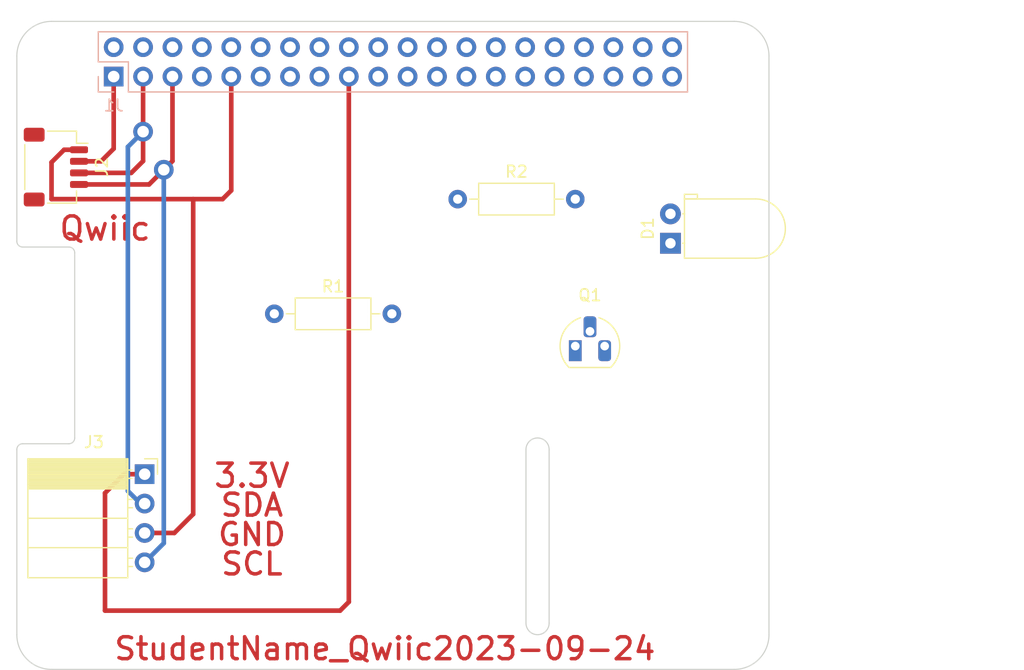
<source format=kicad_pcb>
(kicad_pcb (version 20211014) (generator pcbnew)
  (title_block (date "2023-09-24"))
  (layers (0 "F.Cu" signal) (31 "B.Cu" signal) (34 "B.Paste" user) (35 "F.Paste" user) (36 "B.SilkS" user "B.Silkscreen") (37 "F.SilkS" user "F.Silkscreen") (38 "B.Mask" user) (39 "F.Mask" user) (44 "Edge.Cuts" user))
  (net 0 "")
  (net 1 "GND")
  (net 2 "/GPIO2{slash}SDA1")
  (net 3 "/GPIO3{slash}SCL1")
  (net 4 "/GPIO4{slash}GPCLK0")
  (net 5 "/GPIO14{slash}TXD0")
  (net 6 "/GPIO15{slash}RXD0")
  (net 7 "/GPIO17")
  (net 8 "/GPIO18{slash}PCM.CLK")
  (net 9 "/GPIO27")
  (net 10 "/GPIO22")
  (net 11 "/GPIO23")
  (net 12 "/GPIO24")
  (net 13 "/GPIO10{slash}SPI0.MOSI")
  (net 14 "/GPIO9{slash}SPI0.MISO")
  (net 15 "/GPIO25")
  (net 16 "/GPIO11{slash}SPI0.SCLK")
  (net 17 "/GPIO8{slash}SPI0.CE0")
  (net 18 "/GPIO7{slash}SPI0.CE1")
  (net 19 "/ID_SDA")
  (net 20 "/ID_SCL")
  (net 21 "/GPIO5")
  (net 22 "/GPIO6")
  (net 23 "/GPIO12{slash}PWM0")
  (net 24 "/GPIO13{slash}PWM1")
  (net 25 "/GPIO19{slash}PCM.FS")
  (net 26 "/GPIO16")
  (net 27 "/GPIO26")
  (net 28 "/GPIO20{slash}PCM.DIN")
  (net 29 "/GPIO21{slash}PCM.DOUT")
  (net 30 "+5V")
  (net 31 "+3V3")
  (net 32 "Net-(Q1-Pad3)")
  (net 33 "Net-(D1-Pad2)")
  (net 34 "Net-(Q1-Pad2)")
  (footprint "MountingHole:MountingHole_2.7mm_M2.5" (layer "F.Cu") (at 161.5 47.5)
    (fp_text reference "MH2" hide)
    (fp_text value "MountingHole_2.7mm_M2.5" hide)
    (pad "" np_thru_hole circle locked (at 0 0) (size 2.7 2.7) (drill 2.7) (layers *.Cu *.Mask))
  )
  (footprint "LED_THT:LED_D5.0mm_Horizontal_O1.27mm_Z3.0mm" (layer "F.Cu") (at 156.485 63.175 90)
    (fp_text reference "D1" (at 1.27 -1.96 90) (layer "F.SilkS"))
    (fp_text value "LED")
    (fp_line (start 3.83 1.21) (end 3.83 7.37) (layer "F.SilkS") (width 0.12))
    (fp_line (start 2.54 1.21) (end 2.54 1.21) (layer "F.SilkS") (width 0.12))
    (fp_line (start 3.83 2.33) (end 3.83 1.21) (layer "F.SilkS") (width 0.12))
    (fp_line (start 4.23 1.21) (end 4.23 2.33) (layer "F.SilkS") (width 0.12))
    (fp_line (start 0 1.08) (end 0 1.08) (layer "F.SilkS") (width 0.12))
    (fp_line (start 2.54 1.21) (end 2.54 1.08) (layer "F.SilkS") (width 0.12))
    (fp_line (start 0 1.21) (end 0 1.21) (layer "F.SilkS") (width 0.12))
    (fp_line (start 0 1.21) (end 0 1.08) (layer "F.SilkS") (width 0.12))
    (fp_line (start -1.29 1.21) (end 3.83 1.21) (layer "F.SilkS") (width 0.12))
    (fp_line (start -1.29 1.21) (end -1.29 7.37) (layer "F.SilkS") (width 0.12))
    (fp_line (start 2.54 1.08) (end 2.54 1.08) (layer "F.SilkS") (width 0.12))
    (fp_line (start 2.54 1.08) (end 2.54 1.21) (layer "F.SilkS") (width 0.12))
    (fp_line (start 0 1.08) (end 0 1.21) (layer "F.SilkS") (width 0.12))
    (fp_line (start 3.83 1.21) (end 4.23 1.21) (layer "F.SilkS") (width 0.12))
    (fp_line (start 4.23 2.33) (end 3.83 2.33) (layer "F.SilkS") (width 0.12))
    (fp_arc (start 3.83 7.37) (mid 1.27 9.93) (end -1.29 7.37) (layer "F.SilkS") (width 0.12))
    (pad "1" thru_hole rect (at 0 0 90) (size 1.8 1.8) (drill 0.9) (layers *.Cu *.Mask) (net 32 "Net-(Q1-Pad3)"))
    (pad "2" thru_hole circle (at 2.54 0 90) (size 1.8 1.8) (drill 0.9) (layers *.Cu *.Mask) (net 33 "Net-(D1-Pad2)"))
  )
  (footprint "Connector_JST:JST_SH_SM04B-SRSS-TB_1x04-1MP_P1.00mm_Horizontal" (layer "F.Cu") (at 103.372914 56.592841 -90)
    (fp_text reference "J2" (at 0 -3.98 90) (layer "F.SilkS"))
    (fp_text value "Qwiic Right Angle")
    (fp_line (start 3.11 0.715) (end 3.11 -1.785) (layer "F.SilkS") (width 0.12))
    (fp_line (start -2.06 -1.785) (end -2.06 -2.775) (layer "F.SilkS") (width 0.12))
    (fp_line (start -3.11 0.715) (end -3.11 -1.785) (layer "F.SilkS") (width 0.12))
    (fp_line (start 3.11 -1.785) (end 2.06 -1.785) (layer "F.SilkS") (width 0.12))
    (fp_line (start -3.11 -1.785) (end -2.06 -1.785) (layer "F.SilkS") (width 0.12))
    (fp_line (start -1.94 2.685) (end 1.94 2.685) (layer "F.SilkS") (width 0.12))
    (pad "1" smd roundrect (at -1.5 -2 270) (size 0.6 1.55) (layers "F.Cu" "F.Paste" "F.Mask") (net 1 "GND"))
    (pad "2" smd roundrect (at -0.5 -2 270) (size 0.6 1.55) (layers "F.Cu" "F.Paste" "F.Mask") (net 31 "+3V3"))
    (pad "3" smd roundrect (at 0.5 -2 270) (size 0.6 1.55) (layers "F.Cu" "F.Paste" "F.Mask") (net 2 "/GPIO2{slash}SDA1"))
    (pad "4" smd roundrect (at 1.5 -2 270) (size 0.6 1.55) (layers "F.Cu" "F.Paste" "F.Mask") (net 3 "/GPIO3{slash}SCL1"))
    (pad "MP" smd roundrect (at -2.8 1.875 270) (size 1.2 1.8) (layers "F.Cu" "F.Paste" "F.Mask") (roundrect_rratio 0.2083333333))
    (pad "MP" smd roundrect (at 2.8 1.875 270) (size 1.2 1.8) (layers "F.Cu" "F.Paste" "F.Mask") (roundrect_rratio 0.2083333333))
  )
  (footprint "Resistor_THT:R_Axial_DIN0207_L6.3mm_D2.5mm_P10.16mm_Horizontal" (layer "F.Cu") (at 122.25 69.27)
    (fp_text reference "R1" (at 5.08 -2.37) (layer "F.SilkS"))
    (fp_text value "2.2k")
    (fp_line (start 9.12 0) (end 8.35 0) (layer "F.SilkS") (width 0.12))
    (fp_line (start 8.35 1.37) (end 8.35 -1.37) (layer "F.SilkS") (width 0.12))
    (fp_line (start 1.81 1.37) (end 8.35 1.37) (layer "F.SilkS") (width 0.12))
    (fp_line (start 1.04 0) (end 1.81 0) (layer "F.SilkS") (width 0.12))
    (fp_line (start 8.35 -1.37) (end 1.81 -1.37) (layer "F.SilkS") (width 0.12))
    (fp_line (start 1.81 -1.37) (end 1.81 1.37) (layer "F.SilkS") (width 0.12))
    (pad "1" thru_hole circle (at 0 0) (size 1.6 1.6) (drill 0.8) (layers *.Cu *.Mask) (net 7 "/GPIO17"))
    (pad "2" thru_hole oval (at 10.16 0) (size 1.6 1.6) (drill 0.8) (layers *.Cu *.Mask) (net 34 "Net-(Q1-Pad2)"))
  )
  (footprint "Package_TO_SOT_THT:TO-92_HandSolder" (layer "F.Cu") (at 148.26 72.06)
    (fp_text reference "Q1" (at 1.27 -4.4) (layer "F.SilkS"))
    (fp_text value "2N4124")
    (fp_line (start -0.53 1.85) (end 3.07 1.85) (layer "F.SilkS") (width 0.12))
    (fp_arc (start 2.05 -2.45) (mid 3.769931 -0.601036) (end 3.078445 1.827684) (layer "F.SilkS") (width 0.12))
    (fp_arc (start -0.541875 1.841741) (mid -1.247231 -0.581764) (end 0.45 -2.45) (layer "F.SilkS") (width 0.12))
    (pad "1" thru_hole rect (at 0 0) (size 1.1 1.8) (drill 0.75 (offset 0 0.4)) (layers *.Cu *.Mask) (net 1 "GND"))
    (pad "2" thru_hole roundrect (at 1.27 -1.27) (size 1.1 1.8) (drill 0.75 (offset 0 -0.4)) (layers *.Cu *.Mask) (net 34 "Net-(Q1-Pad2)"))
    (pad "3" thru_hole roundrect (at 2.54 0) (size 1.1 1.8) (drill 0.75 (offset 0 0.4)) (layers *.Cu *.Mask) (net 32 "Net-(Q1-Pad3)"))
  )
  (footprint "MountingHole:MountingHole_2.7mm_M2.5" (layer "F.Cu") (at 103.5 96.5)
    (fp_text reference "MH3" hide)
    (fp_text value "MountingHole_2.7mm_M2.5" hide)
    (pad "" np_thru_hole circle locked (at 0 0) (size 2.7 2.7) (drill 2.7) (layers *.Cu *.Mask))
  )
  (footprint "MountingHole:MountingHole_2.7mm_M2.5" (layer "F.Cu") (at 103.5 47.5)
    (fp_text reference "MH1" hide)
    (fp_text value "MountingHole_2.7mm_M2.5" hide)
    (pad "" np_thru_hole circle locked (at 0 0) (size 2.7 2.7) (drill 2.7) (layers *.Cu *.Mask))
  )
  (footprint "Resistor_THT:R_Axial_DIN0207_L6.3mm_D2.5mm_P10.16mm_Horizontal" (layer "F.Cu") (at 138.1 59.36)
    (fp_text reference "R2" (at 5.08 -2.37) (layer "F.SilkS"))
    (fp_text value "220")
    (fp_line (start 1.81 1.37) (end 8.35 1.37) (layer "F.SilkS") (width 0.12))
    (fp_line (start 8.35 -1.37) (end 1.81 -1.37) (layer "F.SilkS") (width 0.12))
    (fp_line (start 9.12 0) (end 8.35 0) (layer "F.SilkS") (width 0.12))
    (fp_line (start 8.35 1.37) (end 8.35 -1.37) (layer "F.SilkS") (width 0.12))
    (fp_line (start 1.81 -1.37) (end 1.81 1.37) (layer "F.SilkS") (width 0.12))
    (fp_line (start 1.04 0) (end 1.81 0) (layer "F.SilkS") (width 0.12))
    (pad "1" thru_hole circle (at 0 0) (size 1.6 1.6) (drill 0.8) (layers *.Cu *.Mask) (net 31 "+3V3"))
    (pad "2" thru_hole oval (at 10.16 0) (size 1.6 1.6) (drill 0.8) (layers *.Cu *.Mask) (net 33 "Net-(D1-Pad2)"))
  )
  (footprint "MountingHole:MountingHole_2.7mm_M2.5" (layer "F.Cu") (at 161.5 96.5)
    (fp_text reference "MH4" hide)
    (fp_text value "MountingHole_2.7mm_M2.5" hide)
    (pad "" np_thru_hole circle locked (at 0 0) (size 2.7 2.7) (drill 2.7) (layers *.Cu *.Mask))
  )
  (footprint "Connector_PinSocket_2.54mm:PinSocket_1x04_P2.54mm_Horizontal" (layer "F.Cu") (at 111.045 83.13)
    (fp_text reference "J3" (at -4.38 -2.77) (layer "F.SilkS"))
    (fp_text value "Conn_01x04_Female")
    (fp_line (start -10.09 -0.147145) (end -1.46 -0.147145) (layer "F.SilkS") (width 0.12))
    (fp_line (start -10.09 -1.33) (end -10.09 8.95) (layer "F.SilkS") (width 0.12))
    (fp_line (start -10.09 0.325235) (end -1.46 0.325235) (layer "F.SilkS") (width 0.12))
    (fp_line (start -10.09 8.95) (end -1.46 8.95) (layer "F.SilkS") (width 0.12))
    (fp_line (start -10.09 -0.50143) (end -1.46 -0.50143) (layer "F.SilkS") (width 0.12))
    (fp_line (start -1.46 0.36) (end -1.11 0.36) (layer "F.SilkS") (width 0.12))
    (fp_line (start -10.09 -0.02905) (end -1.46 -0.02905) (layer "F.SilkS") (width 0.12))
    (fp_line (start -10.09 -1.091905) (end -1.46 -1.091905) (layer "F.SilkS") (width 0.12))
    (fp_line (start -10.09 1.033805) (end -1.46 1.033805) (layer "F.SilkS") (width 0.12))
    (fp_line (start -10.09 0.44333) (end -1.46 0.44333) (layer "F.SilkS") (width 0.12))
    (fp_line (start -10.09 -0.73762) (end -1.46 -0.73762) (layer "F.SilkS") (width 0.12))
    (fp_line (start -10.09 -1.21) (end -1.46 -1.21) (layer "F.SilkS") (width 0.12))
    (fp_line (start 1.11 -1.33) (end 1.11 0) (layer "F.SilkS") (width 0.12))
    (fp_line (start -10.09 0.797615) (end -1.46 0.797615) (layer "F.SilkS") (width 0.12))
    (fp_line (start -10.09 1.1519) (end -1.46 1.1519) (layer "F.SilkS") (width 0.12))
    (fp_line (start -1.46 -1.33) (end -1.46 8.95) (layer "F.SilkS") (width 0.12))
    (fp_line (start -1.46 4.72) (end -1.05 4.72) (layer "F.SilkS") (width 0.12))
    (fp_line (start -10.09 -0.855715) (end -1.46 -0.855715) (layer "F.SilkS") (width 0.12))
    (fp_line (start -1.46 2.18) (end -1.05 2.18) (layer "F.SilkS") (width 0.12))
    (fp_line (start -10.09 3.81) (end -1.46 3.81) (layer "F.SilkS") (width 0.12))
    (fp_line (start 0 -1.33) (end 1.11 -1.33) (layer "F.SilkS") (width 0.12))
    (fp_line (start -10.09 6.35) (end -1.46 6.35) (layer "F.SilkS") (width 0.12))
    (fp_line (start -1.46 7.98) (end -1.05 7.98) (layer "F.SilkS") (width 0.12))
    (fp_line (start -10.09 -0.383335) (end -1.46 -0.383335) (layer "F.SilkS") (width 0.12))
    (fp_line (start -1.46 2.9) (end -1.05 2.9) (layer "F.SilkS") (width 0.12))
    (fp_line (start -10.09 0.67952) (end -1.46 0.67952) (layer "F.SilkS") (width 0.12))
    (fp_line (start -10.09 1.27) (end -1.46 1.27) (layer "F.SilkS") (width 0.12))
    (fp_line (start -1.46 5.44) (end -1.05 5.44) (layer "F.SilkS") (width 0.12))
    (fp_line (start -10.09 0.089045) (end -1.46 0.089045) (layer "F.SilkS") (width 0.12))
    (fp_line (start -10.09 -0.26524) (end -1.46 -0.26524) (layer "F.SilkS") (width 0.12))
    (fp_line (start -10.09 -1.33) (end -1.46 -1.33) (layer "F.SilkS") (width 0.12))
    (fp_line (start -10.09 -0.619525) (end -1.46 -0.619525) (layer "F.SilkS") (width 0.12))
    (fp_line (start -10.09 -0.97381) (end -1.46 -0.97381) (layer "F.SilkS") (width 0.12))
    (fp_line (start -1.46 -0.36) (end -1.11 -0.36) (layer "F.SilkS") (width 0.12))
    (fp_line (start -1.46 7.26) (end -1.05 7.26) (layer "F.SilkS") (width 0.12))
    (fp_line (start -10.09 0.91571) (end -1.46 0.91571) (layer "F.SilkS") (width 0.12))
    (fp_line (start -10.09 0.561425) (end -1.46 0.561425) (layer "F.SilkS") (width 0.12))
    (fp_line (start -10.09 0.20714) (end -1.46 0.20714) (layer "F.SilkS") (width 0.12))
    (pad "1" thru_hole rect (at 0 0) (size 1.7 1.7) (drill 1) (layers *.Cu *.Mask) (net 31 "+3V3"))
    (pad "2" thru_hole oval (at 0 2.54) (size 1.7 1.7) (drill 1) (layers *.Cu *.Mask) (net 2 "/GPIO2{slash}SDA1"))
    (pad "3" thru_hole oval (at 0 5.08) (size 1.7 1.7) (drill 1) (layers *.Cu *.Mask) (net 1 "GND"))
    (pad "4" thru_hole oval (at 0 7.62) (size 1.7 1.7) (drill 1) (layers *.Cu *.Mask) (net 3 "/GPIO3{slash}SCL1"))
  )
  (footprint "Connector_PinSocket_2.54mm:PinSocket_2x20_P2.54mm_Vertical" (layer "B.Cu") (at 108.37 48.77 -90)
    (fp_text reference "J1" (at 2.5 0) (layer "B.SilkS") (effects (justify mirror)))
    (fp_text value "GPIO")
    (fp_line (start 1.33 -1.27) (end 1.33 -49.59) (layer "B.SilkS") (width 0.12))
    (fp_line (start -1.27 -1.27) (end 1.33 -1.27) (layer "B.SilkS") (width 0.12))
    (fp_line (start -3.87 1.33) (end -3.87 -49.59) (layer "B.SilkS") (width 0.12))
    (fp_line (start -3.87 -49.59) (end 1.33 -49.59) (layer "B.SilkS") (width 0.12))
    (fp_line (start 0 1.33) (end 1.33 1.33) (layer "B.SilkS") (width 0.12))
    (fp_line (start -3.87 1.33) (end -1.27 1.33) (layer "B.SilkS") (width 0.12))
    (fp_line (start 1.33 1.33) (end 1.33 0) (layer "B.SilkS") (width 0.12))
    (fp_line (start -1.27 1.33) (end -1.27 -1.27) (layer "B.SilkS") (width 0.12))
    (pad "1" thru_hole rect locked (at 0 0 270) (size 1.7 1.7) (drill 1) (layers *.Cu *.Mask) (net 31 "+3V3"))
    (pad "2" thru_hole oval locked (at -2.54 0 270) (size 1.7 1.7) (drill 1) (layers *.Cu *.Mask) (net 30 "+5V"))
    (pad "3" thru_hole oval locked (at 0 -2.54 270) (size 1.7 1.7) (drill 1) (layers *.Cu *.Mask) (net 2 "/GPIO2{slash}SDA1"))
    (pad "4" thru_hole oval locked (at -2.54 -2.54 270) (size 1.7 1.7) (drill 1) (layers *.Cu *.Mask) (net 30 "+5V"))
    (pad "5" thru_hole oval locked (at 0 -5.08 270) (size 1.7 1.7) (drill 1) (layers *.Cu *.Mask) (net 3 "/GPIO3{slash}SCL1"))
    (pad "6" thru_hole oval locked (at -2.54 -5.08 270) (size 1.7 1.7) (drill 1) (layers *.Cu *.Mask) (net 1 "GND"))
    (pad "7" thru_hole oval locked (at 0 -7.62 270) (size 1.7 1.7) (drill 1) (layers *.Cu *.Mask) (net 4 "/GPIO4{slash}GPCLK0"))
    (pad "8" thru_hole oval locked (at -2.54 -7.62 270) (size 1.7 1.7) (drill 1) (layers *.Cu *.Mask) (net 5 "/GPIO14{slash}TXD0"))
    (pad "9" thru_hole oval locked (at 0 -10.16 270) (size 1.7 1.7) (drill 1) (layers *.Cu *.Mask) (net 1 "GND"))
    (pad "10" thru_hole oval locked (at -2.54 -10.16 270) (size 1.7 1.7) (drill 1) (layers *.Cu *.Mask) (net 6 "/GPIO15{slash}RXD0"))
    (pad "11" thru_hole oval locked (at 0 -12.7 270) (size 1.7 1.7) (drill 1) (layers *.Cu *.Mask) (net 7 "/GPIO17"))
    (pad "12" thru_hole oval locked (at -2.54 -12.7 270) (size 1.7 1.7) (drill 1) (layers *.Cu *.Mask) (net 8 "/GPIO18{slash}PCM.CLK"))
    (pad "13" thru_hole oval locked (at 0 -15.24 270) (size 1.7 1.7) (drill 1) (layers *.Cu *.Mask) (net 9 "/GPIO27"))
    (pad "14" thru_hole oval locked (at -2.54 -15.24 270) (size 1.7 1.7) (drill 1) (layers *.Cu *.Mask) (net 1 "GND"))
    (pad "15" thru_hole oval locked (at 0 -17.78 270) (size 1.7 1.7) (drill 1) (layers *.Cu *.Mask) (net 10 "/GPIO22"))
    (pad "16" thru_hole oval locked (at -2.54 -17.78 270) (size 1.7 1.7) (drill 1) (layers *.Cu *.Mask) (net 11 "/GPIO23"))
    (pad "17" thru_hole oval locked (at 0 -20.32 270) (size 1.7 1.7) (drill 1) (layers *.Cu *.Mask) (net 31 "+3V3"))
    (pad "18" thru_hole oval locked (at -2.54 -20.32 270) (size 1.7 1.7) (drill 1) (layers *.Cu *.Mask) (net 12 "/GPIO24"))
    (pad "19" thru_hole oval locked (at 0 -22.86 270) (size 1.7 1.7) (drill 1) (layers *.Cu *.Mask) (net 13 "/GPIO10{slash}SPI0.MOSI"))
    (pad "20" thru_hole oval locked (at -2.54 -22.86 270) (size 1.7 1.7) (drill 1) (layers *.Cu *.Mask) (net 1 "GND"))
    (pad "21" thru_hole oval locked (at 0 -25.4 270) (size 1.7 1.7) (drill 1) (layers *.Cu *.Mask) (net 14 "/GPIO9{slash}SPI0.MISO"))
    (pad "22" thru_hole oval locked (at -2.54 -25.4 270) (size 1.7 1.7) (drill 1) (layers *.Cu *.Mask) (net 15 "/GPIO25"))
    (pad "23" thru_hole oval locked (at 0 -27.94 270) (size 1.7 1.7) (drill 1) (layers *.Cu *.Mask) (net 16 "/GPIO11{slash}SPI0.SCLK"))
    (pad "24" thru_hole oval locked (at -2.54 -27.94 270) (size 1.7 1.7) (drill 1) (layers *.Cu *.Mask) (net 17 "/GPIO8{slash}SPI0.CE0"))
    (pad "25" thru_hole oval locked (at 0 -30.48 270) (size 1.7 1.7) (drill 1) (layers *.Cu *.Mask) (net 1 "GND"))
    (pad "26" thru_hole oval locked (at -2.54 -30.48 270) (size 1.7 1.7) (drill 1) (layers *.Cu *.Mask) (net 18 "/GPIO7{slash}SPI0.CE1"))
    (pad "27" thru_hole oval locked (at 0 -33.02 270) (size 1.7 1.7) (drill 1) (layers *.Cu *.Mask) (net 19 "/ID_SDA"))
    (pad "28" thru_hole oval locked (at -2.54 -33.02 270) (size 1.7 1.7) (drill 1) (layers *.Cu *.Mask) (net 20 "/ID_SCL"))
    (pad "29" thru_hole oval locked (at 0 -35.56 270) (size 1.7 1.7) (drill 1) (layers *.Cu *.Mask) (net 21 "/GPIO5"))
    (pad "30" thru_hole oval locked (at -2.54 -35.56 270) (size 1.7 1.7) (drill 1) (layers *.Cu *.Mask) (net 1 "GND"))
    (pad "31" thru_hole oval locked (at 0 -38.1 270) (size 1.7 1.7) (drill 1) (layers *.Cu *.Mask) (net 22 "/GPIO6"))
    (pad "32" thru_hole oval locked (at -2.54 -38.1 270) (size 1.7 1.7) (drill 1) (layers *.Cu *.Mask) (net 23 "/GPIO12{slash}PWM0"))
    (pad "33" thru_hole oval locked (at 0 -40.64 270) (size 1.7 1.7) (drill 1) (layers *.Cu *.Mask) (net 24 "/GPIO13{slash}PWM1"))
    (pad "34" thru_hole oval locked (at -2.54 -40.64 270) (size 1.7 1.7) (drill 1) (layers *.Cu *.Mask) (net 1 "GND"))
    (pad "35" thru_hole oval locked (at 0 -43.18 270) (size 1.7 1.7) (drill 1) (layers *.Cu *.Mask) (net 25 "/GPIO19{slash}PCM.FS"))
    (pad "36" thru_hole oval locked (at -2.54 -43.18 270) (size 1.7 1.7) (drill 1) (layers *.Cu *.Mask) (net 26 "/GPIO16"))
    (pad "37" thru_hole oval locked (at 0 -45.72 270) (size 1.7 1.7) (drill 1) (layers *.Cu *.Mask) (net 27 "/GPIO26"))
    (pad "38" thru_hole oval locked (at -2.54 -45.72 270) (size 1.7 1.7) (drill 1) (layers *.Cu *.Mask) (net 28 "/GPIO20{slash}PCM.DIN"))
    (pad "39" thru_hole oval locked (at 0 -48.26 270) (size 1.7 1.7) (drill 1) (layers *.Cu *.Mask) (net 1 "GND"))
    (pad "40" thru_hole oval locked (at -2.54 -48.26 270) (size 1.7 1.7) (drill 1) (layers *.Cu *.Mask) (net 29 "/GPIO21{slash}PCM.DOUT"))
  )
  (gr_arc (start 100.5 63.5) (mid 100.146447 63.353553) (end 100 63) (layer "Edge.Cuts") (width 0.1))
  (gr_arc (start 162 44) (mid 164.12132 44.87868) (end 165 47) (layer "Edge.Cuts") (width 0.1))
  (gr_line (start 165 97) (end 165 47) (layer "Edge.Cuts") (width 0.1))
  (gr_line (start 100 47) (end 100 63) (layer "Edge.Cuts") (width 0.1))
  (gr_line (start 146 81) (end 146 96) (layer "Edge.Cuts") (width 0.1))
  (gr_line (start 144 96) (end 144 81) (layer "Edge.Cuts") (width 0.1))
  (gr_arc (start 103 100) (mid 100.87868 99.12132) (end 100 97) (layer "Edge.Cuts") (width 0.1))
  (gr_line (start 103 100) (end 162 100) (layer "Edge.Cuts") (width 0.1))
  (gr_line (start 104.5 80.5) (end 100.5 80.5) (layer "Edge.Cuts") (width 0.1))
  (gr_arc (start 144 81) (mid 145 80) (end 146 81) (layer "Edge.Cuts") (width 0.1))
  (gr_arc (start 100 81) (mid 100.146138 80.646755) (end 100.499127 80.500001) (layer "Edge.Cuts") (width 0.1))
  (gr_arc (start 165 97) (mid 164.12132 99.12132) (end 162 100) (layer "Edge.Cuts") (width 0.1))
  (gr_line (start 105 64) (end 105 80) (layer "Edge.Cuts") (width 0.1))
  (gr_arc (start 100 47) (mid 100.87868 44.87868) (end 103 44) (layer "Edge.Cuts") (width 0.1))
  (gr_arc (start 146 96) (mid 145 97) (end 144 96) (layer "Edge.Cuts") (width 0.1))
  (gr_line (start 100 81) (end 100 97) (layer "Edge.Cuts") (width 0.1))
  (gr_line (start 100.5 63.5) (end 104.5 63.5) (layer "Edge.Cuts") (width 0.1))
  (gr_arc (start 105 80) (mid 104.853553 80.353553) (end 104.5 80.5) (layer "Edge.Cuts") (width 0.1))
  (gr_arc (start 104.5 63.5) (mid 104.853553 63.646447) (end 105 64) (layer "Edge.Cuts") (width 0.1))
  (gr_line (start 162 44) (end 103 44) (layer "Edge.Cuts") (width 0.1))
  (gr_text "StudentName_Qwiic2023-09-24" (at 131.807877 98.211126) (layer "F.Cu") (effects (font (size 1.9 1.9) (thickness 0.3))))
  (gr_text "GND" (at 120.32 88.34324) (layer "F.Cu") (effects (font (size 1.9 1.9) (thickness 0.3))))
  (gr_text "Qwiic" (at 107.62 61.9) (layer "F.Cu") (effects (font (size 2 2) (thickness 0.3))))
  (gr_text "SCL" (at 120.32 90.88324) (layer "F.Cu") (effects (font (size 1.9 1.9) (thickness 0.3))))
  (gr_text "3.3V" (at 120.32 83.26324) (layer "F.Cu") (effects (font (size 2 2) (thickness 0.3))))
  (gr_text "SDA" (at 120.32 85.80324) (layer "F.Cu") (effects (font (size 1.9 1.9) (thickness 0.3))))
  (segment (start 104.08562 55.092841) (end 105.372914 55.092841) (width 0.4) (layer "F.Cu") (net 1))
  (segment (start 117.78 59.36) (end 102.997914 59.36) (width 0.4) (layer "F.Cu") (net 1))
  (segment (start 115.24 59.36) (end 115.24 86.58) (width 0.4) (layer "F.Cu") (net 1))
  (segment (start 102.997914 56.180547) (end 104.08562 55.092841) (width 0.4) (layer "F.Cu") (net 1))
  (segment (start 118.53 58.61) (end 117.78 59.36) (width 0.4) (layer "F.Cu") (net 1))
  (segment (start 115.24 86.58) (end 113.61 88.21) (width 0.4) (layer "F.Cu") (net 1))
  (segment (start 113.61 88.21) (end 111.045 88.21) (width 0.4) (layer "F.Cu") (net 1))
  (segment (start 102.997914 59.36) (end 102.997914 56.180547) (width 0.4) (layer "F.Cu") (net 1))
  (segment (start 118.53 48.77) (end 118.53 58.61) (width 0.4) (layer "F.Cu") (net 1))
  (segment (start 110.91 48.77) (end 110.91 53.53) (width 0.4) (layer "F.Cu") (net 2))
  (segment (start 109.887159 57.092841) (end 105.372914 57.092841) (width 0.4) (layer "F.Cu") (net 2))
  (segment (start 110.91 53.53) (end 110.91 56.07) (width 0.4) (layer "F.Cu") (net 2))
  (segment (start 110.91 56.07) (end 109.887159 57.092841) (width 0.4) (layer "F.Cu") (net 2))
  (via (at 110.91 53.53) (size 1.7) (drill 1) (layers "F.Cu" "B.Cu") (net 2))
  (segment (start 110.91 53.53) (end 109.595 54.845) (width 0.4) (layer "B.Cu") (net 2))
  (segment (start 109.595 84.58) (end 110.685 85.67) (width 0.4) (layer "B.Cu") (net 2))
  (segment (start 110.685 85.67) (end 111.045 85.67) (width 0.4) (layer "B.Cu") (net 2))
  (segment (start 109.595 54.845) (end 109.595 84.58) (width 0.4) (layer "B.Cu") (net 2))
  (segment (start 113.45 56.07) (end 113.45 48.77) (width 0.4) (layer "F.Cu") (net 3))
  (segment (start 111.427159 58.092841) (end 112.7 56.82) (width 0.4) (layer "F.Cu") (net 3))
  (segment (start 112.7 56.82) (end 113.45 56.07) (width 0.4) (layer "F.Cu") (net 3))
  (segment (start 105.372914 58.092841) (end 111.427159 58.092841) (width 0.4) (layer "F.Cu") (net 3))
  (via (at 112.7 56.82) (size 1.7) (drill 1) (layers "F.Cu" "B.Cu") (net 3))
  (segment (start 112.7 56.82) (end 112.7 89.095) (width 0.4) (layer "B.Cu") (net 3))
  (segment (start 112.7 89.095) (end 111.045 90.75) (width 0.4) (layer "B.Cu") (net 3))
  (segment (start 107.275432 56.092841) (end 105.372914 56.092841) (width 0.4) (layer "F.Cu") (net 31))
  (segment (start 108.37 54.998273) (end 107.275432 56.092841) (width 0.4) (layer "F.Cu") (net 31))
  (segment (start 107.62 94.92) (end 107.62 84.76) (width 0.4) (layer "F.Cu") (net 31))
  (segment (start 108.37 48.77) (end 108.37 54.998273) (width 0.4) (layer "F.Cu") (net 31))
  (segment (start 127.94 94.92) (end 107.62 94.92) (width 0.4) (layer "F.Cu") (net 31))
  (segment (start 128.69 94.17) (end 127.94 94.92) (width 0.4) (layer "F.Cu") (net 31))
  (segment (start 128.69 48.77) (end 128.69 94.17) (width 0.4) (layer "F.Cu") (net 31))
  (segment (start 105.446266 56.166193) (end 105.372914 56.092841) (width 0.2) (layer "F.Cu") (net 31))
  (segment (start 109.25 83.13) (end 111.045 83.13) (width 0.4) (layer "F.Cu") (net 31))
  (segment (start 107.62 84.76) (end 109.25 83.13) (width 0.4) (layer "F.Cu") (net 31))
)
</source>
